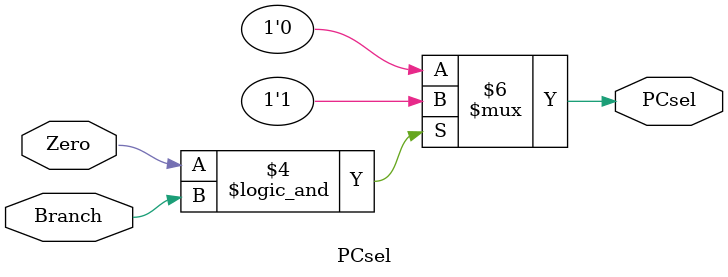
<source format=v>
`timescale 1ns / 1ps


module PCsel(Zero, Branch, PCsel);
input Zero, Branch;
output reg PCsel; 
always@(*) begin
if (Zero == 1'b1 && Branch == 1'b1)
PCsel <= 1'b1;
else
PCsel <= 1'b0;
end
endmodule

</source>
